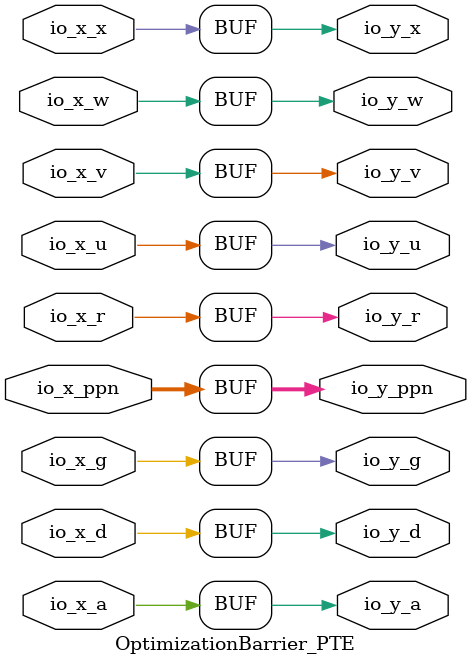
<source format=sv>
module OptimizationBarrier_PTE(	// @[generators/rocket-chip/src/main/scala/util/package.scala:267:30]
  input  [43:0] io_x_ppn,	// @[generators/rocket-chip/src/main/scala/util/package.scala:268:18]
  input         io_x_d,	// @[generators/rocket-chip/src/main/scala/util/package.scala:268:18]
  input         io_x_a,	// @[generators/rocket-chip/src/main/scala/util/package.scala:268:18]
  input         io_x_g,	// @[generators/rocket-chip/src/main/scala/util/package.scala:268:18]
  input         io_x_u,	// @[generators/rocket-chip/src/main/scala/util/package.scala:268:18]
  input         io_x_x,	// @[generators/rocket-chip/src/main/scala/util/package.scala:268:18]
  input         io_x_w,	// @[generators/rocket-chip/src/main/scala/util/package.scala:268:18]
  input         io_x_r,	// @[generators/rocket-chip/src/main/scala/util/package.scala:268:18]
  input         io_x_v,	// @[generators/rocket-chip/src/main/scala/util/package.scala:268:18]
  output [43:0] io_y_ppn,	// @[generators/rocket-chip/src/main/scala/util/package.scala:268:18]
  output        io_y_d,	// @[generators/rocket-chip/src/main/scala/util/package.scala:268:18]
  output        io_y_a,	// @[generators/rocket-chip/src/main/scala/util/package.scala:268:18]
  output        io_y_g,	// @[generators/rocket-chip/src/main/scala/util/package.scala:268:18]
  output        io_y_u,	// @[generators/rocket-chip/src/main/scala/util/package.scala:268:18]
  output        io_y_x,	// @[generators/rocket-chip/src/main/scala/util/package.scala:268:18]
  output        io_y_w,	// @[generators/rocket-chip/src/main/scala/util/package.scala:268:18]
  output        io_y_r,	// @[generators/rocket-chip/src/main/scala/util/package.scala:268:18]
  output        io_y_v	// @[generators/rocket-chip/src/main/scala/util/package.scala:268:18]
);

  assign io_y_ppn = io_x_ppn;	// @[generators/rocket-chip/src/main/scala/util/package.scala:267:30]
  assign io_y_d = io_x_d;	// @[generators/rocket-chip/src/main/scala/util/package.scala:267:30]
  assign io_y_a = io_x_a;	// @[generators/rocket-chip/src/main/scala/util/package.scala:267:30]
  assign io_y_g = io_x_g;	// @[generators/rocket-chip/src/main/scala/util/package.scala:267:30]
  assign io_y_u = io_x_u;	// @[generators/rocket-chip/src/main/scala/util/package.scala:267:30]
  assign io_y_x = io_x_x;	// @[generators/rocket-chip/src/main/scala/util/package.scala:267:30]
  assign io_y_w = io_x_w;	// @[generators/rocket-chip/src/main/scala/util/package.scala:267:30]
  assign io_y_r = io_x_r;	// @[generators/rocket-chip/src/main/scala/util/package.scala:267:30]
  assign io_y_v = io_x_v;	// @[generators/rocket-chip/src/main/scala/util/package.scala:267:30]
endmodule


</source>
